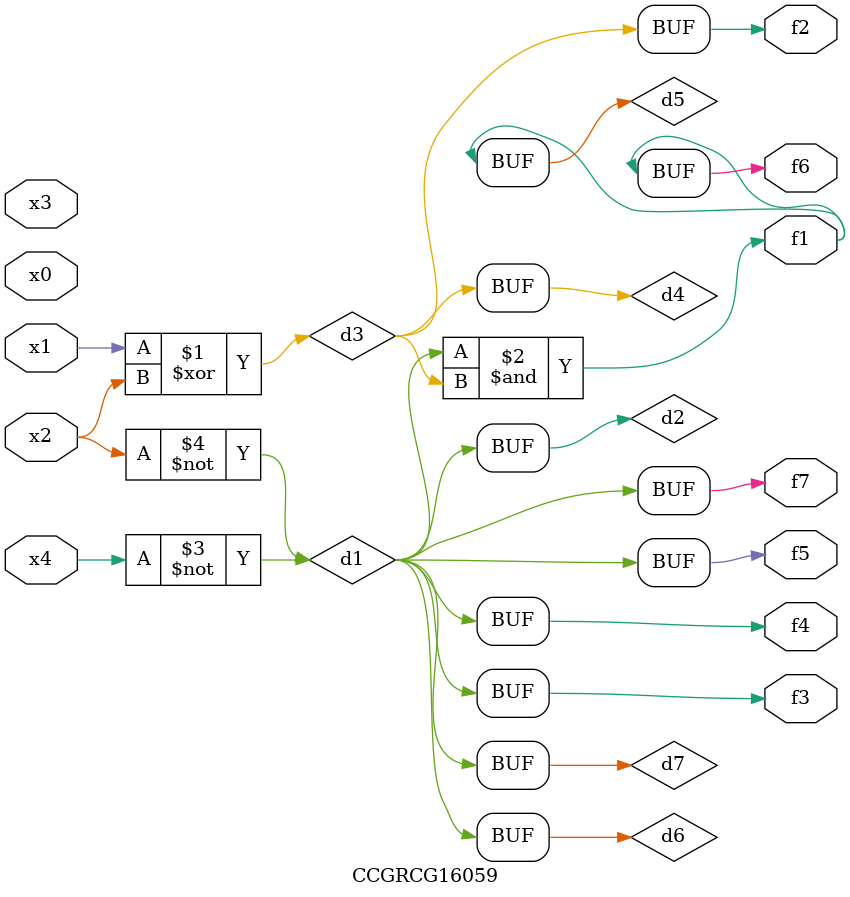
<source format=v>
module CCGRCG16059(
	input x0, x1, x2, x3, x4,
	output f1, f2, f3, f4, f5, f6, f7
);

	wire d1, d2, d3, d4, d5, d6, d7;

	not (d1, x4);
	not (d2, x2);
	xor (d3, x1, x2);
	buf (d4, d3);
	and (d5, d1, d3);
	buf (d6, d1, d2);
	buf (d7, d2);
	assign f1 = d5;
	assign f2 = d4;
	assign f3 = d7;
	assign f4 = d7;
	assign f5 = d7;
	assign f6 = d5;
	assign f7 = d7;
endmodule

</source>
